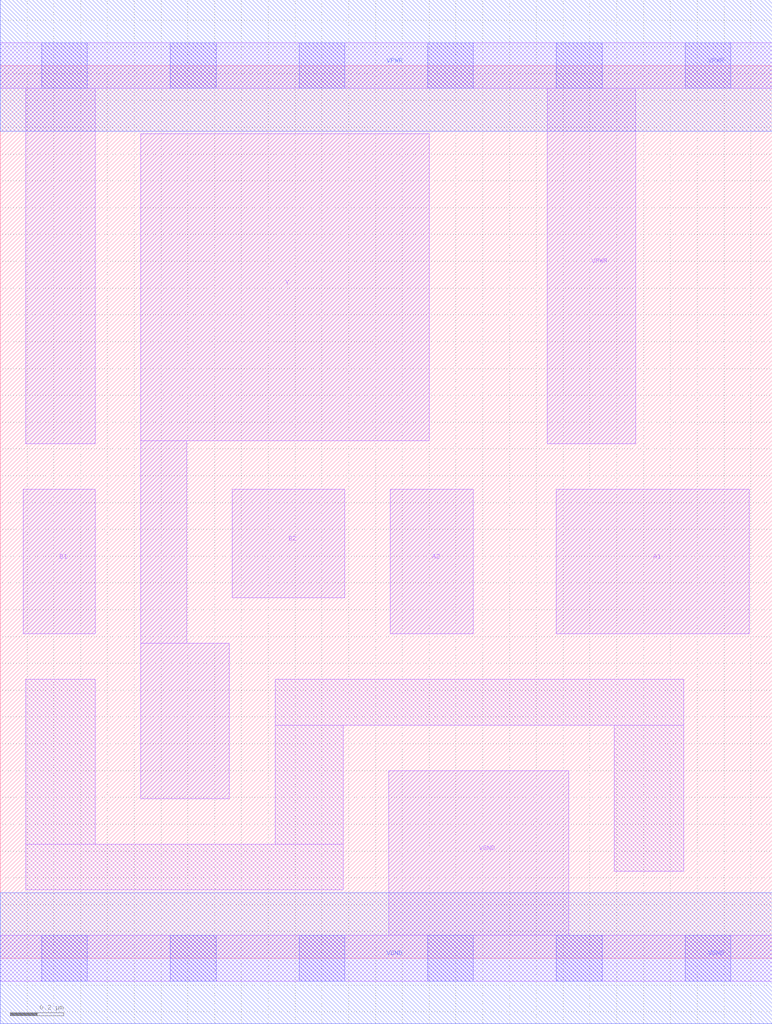
<source format=lef>
# Copyright 2020 The SkyWater PDK Authors
#
# Licensed under the Apache License, Version 2.0 (the "License");
# you may not use this file except in compliance with the License.
# You may obtain a copy of the License at
#
#     https://www.apache.org/licenses/LICENSE-2.0
#
# Unless required by applicable law or agreed to in writing, software
# distributed under the License is distributed on an "AS IS" BASIS,
# WITHOUT WARRANTIES OR CONDITIONS OF ANY KIND, either express or implied.
# See the License for the specific language governing permissions and
# limitations under the License.
#
# SPDX-License-Identifier: Apache-2.0

VERSION 5.7 ;
  NAMESCASESENSITIVE ON ;
  NOWIREEXTENSIONATPIN ON ;
  DIVIDERCHAR "/" ;
  BUSBITCHARS "[]" ;
UNITS
  DATABASE MICRONS 200 ;
END UNITS
MACRO sky130_fd_sc_lp__o22ai_1
  CLASS CORE ;
  SOURCE USER ;
  FOREIGN sky130_fd_sc_lp__o22ai_1 ;
  ORIGIN  0.000000  0.000000 ;
  SIZE  2.880000 BY  3.330000 ;
  SYMMETRY X Y R90 ;
  SITE unit ;
  PIN A1
    ANTENNAGATEAREA  0.315000 ;
    DIRECTION INPUT ;
    USE SIGNAL ;
    PORT
      LAYER li1 ;
        RECT 2.075000 1.210000 2.795000 1.750000 ;
    END
  END A1
  PIN A2
    ANTENNAGATEAREA  0.315000 ;
    DIRECTION INPUT ;
    USE SIGNAL ;
    PORT
      LAYER li1 ;
        RECT 1.455000 1.210000 1.765000 1.750000 ;
    END
  END A2
  PIN B1
    ANTENNAGATEAREA  0.315000 ;
    DIRECTION INPUT ;
    USE SIGNAL ;
    PORT
      LAYER li1 ;
        RECT 0.085000 1.210000 0.355000 1.750000 ;
    END
  END B1
  PIN B2
    ANTENNAGATEAREA  0.315000 ;
    DIRECTION INPUT ;
    USE SIGNAL ;
    PORT
      LAYER li1 ;
        RECT 0.865000 1.345000 1.285000 1.750000 ;
    END
  END B2
  PIN Y
    ANTENNADIFFAREA  1.047900 ;
    DIRECTION OUTPUT ;
    USE SIGNAL ;
    PORT
      LAYER li1 ;
        RECT 0.525000 0.595000 0.855000 1.175000 ;
        RECT 0.525000 1.175000 0.695000 1.930000 ;
        RECT 0.525000 1.930000 1.600000 3.075000 ;
    END
  END Y
  PIN VGND
    DIRECTION INOUT ;
    USE GROUND ;
    PORT
      LAYER li1 ;
        RECT 0.000000 -0.085000 2.880000 0.085000 ;
        RECT 1.450000  0.085000 2.120000 0.700000 ;
      LAYER mcon ;
        RECT 0.155000 -0.085000 0.325000 0.085000 ;
        RECT 0.635000 -0.085000 0.805000 0.085000 ;
        RECT 1.115000 -0.085000 1.285000 0.085000 ;
        RECT 1.595000 -0.085000 1.765000 0.085000 ;
        RECT 2.075000 -0.085000 2.245000 0.085000 ;
        RECT 2.555000 -0.085000 2.725000 0.085000 ;
      LAYER met1 ;
        RECT 0.000000 -0.245000 2.880000 0.245000 ;
    END
  END VGND
  PIN VPWR
    DIRECTION INOUT ;
    USE POWER ;
    PORT
      LAYER li1 ;
        RECT 0.000000 3.245000 2.880000 3.415000 ;
        RECT 0.095000 1.920000 0.355000 3.245000 ;
        RECT 2.040000 1.920000 2.370000 3.245000 ;
      LAYER mcon ;
        RECT 0.155000 3.245000 0.325000 3.415000 ;
        RECT 0.635000 3.245000 0.805000 3.415000 ;
        RECT 1.115000 3.245000 1.285000 3.415000 ;
        RECT 1.595000 3.245000 1.765000 3.415000 ;
        RECT 2.075000 3.245000 2.245000 3.415000 ;
        RECT 2.555000 3.245000 2.725000 3.415000 ;
      LAYER met1 ;
        RECT 0.000000 3.085000 2.880000 3.575000 ;
    END
  END VPWR
  OBS
    LAYER li1 ;
      RECT 0.095000 0.255000 1.280000 0.425000 ;
      RECT 0.095000 0.425000 0.355000 1.040000 ;
      RECT 1.025000 0.425000 1.280000 0.870000 ;
      RECT 1.025000 0.870000 2.550000 1.040000 ;
      RECT 2.290000 0.325000 2.550000 0.870000 ;
  END
END sky130_fd_sc_lp__o22ai_1

</source>
